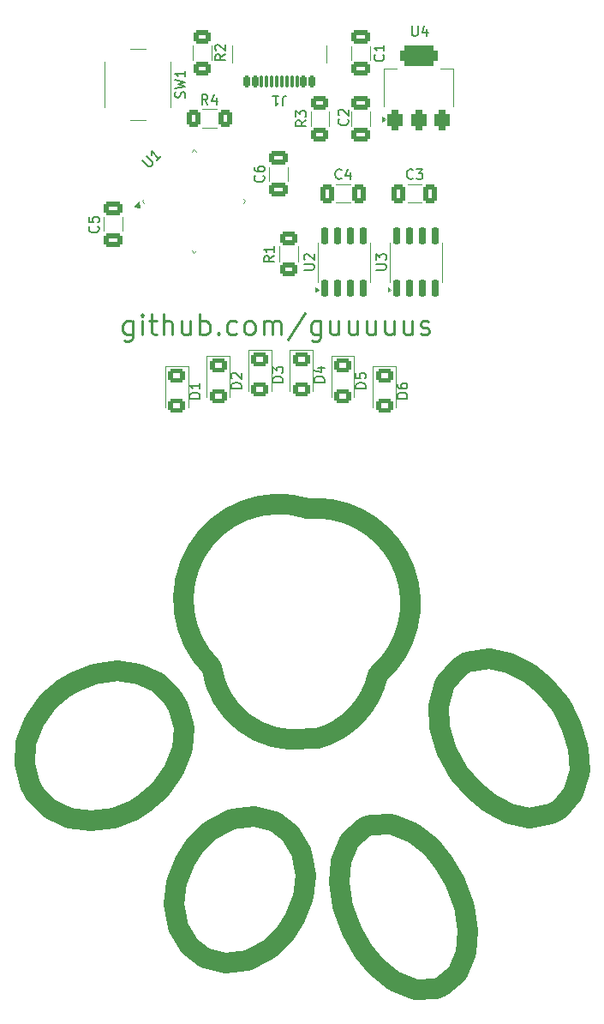
<source format=gbr>
%TF.GenerationSoftware,KiCad,Pcbnew,8.0.4+1*%
%TF.CreationDate,2024-09-15T14:39:29+02:00*%
%TF.ProjectId,meowcontrol,6d656f77-636f-46e7-9472-6f6c2e6b6963,rev?*%
%TF.SameCoordinates,Original*%
%TF.FileFunction,Legend,Top*%
%TF.FilePolarity,Positive*%
%FSLAX46Y46*%
G04 Gerber Fmt 4.6, Leading zero omitted, Abs format (unit mm)*
G04 Created by KiCad (PCBNEW 8.0.4+1) date 2024-09-15 14:39:29*
%MOMM*%
%LPD*%
G01*
G04 APERTURE LIST*
G04 Aperture macros list*
%AMRoundRect*
0 Rectangle with rounded corners*
0 $1 Rounding radius*
0 $2 $3 $4 $5 $6 $7 $8 $9 X,Y pos of 4 corners*
0 Add a 4 corners polygon primitive as box body*
4,1,4,$2,$3,$4,$5,$6,$7,$8,$9,$2,$3,0*
0 Add four circle primitives for the rounded corners*
1,1,$1+$1,$2,$3*
1,1,$1+$1,$4,$5*
1,1,$1+$1,$6,$7*
1,1,$1+$1,$8,$9*
0 Add four rect primitives between the rounded corners*
20,1,$1+$1,$2,$3,$4,$5,0*
20,1,$1+$1,$4,$5,$6,$7,0*
20,1,$1+$1,$6,$7,$8,$9,0*
20,1,$1+$1,$8,$9,$2,$3,0*%
G04 Aperture macros list end*
%ADD10C,0.250000*%
%ADD11C,2.000000*%
%ADD12C,0.150000*%
%ADD13C,0.120000*%
%ADD14RoundRect,0.250000X-0.400000X-0.625000X0.400000X-0.625000X0.400000X0.625000X-0.400000X0.625000X0*%
%ADD15C,2.000000*%
%ADD16RoundRect,0.250001X-0.624999X0.462499X-0.624999X-0.462499X0.624999X-0.462499X0.624999X0.462499X0*%
%ADD17RoundRect,0.250000X0.650000X-0.412500X0.650000X0.412500X-0.650000X0.412500X-0.650000X-0.412500X0*%
%ADD18RoundRect,0.375000X0.375000X-0.625000X0.375000X0.625000X-0.375000X0.625000X-0.375000X-0.625000X0*%
%ADD19RoundRect,0.500000X1.400000X-0.500000X1.400000X0.500000X-1.400000X0.500000X-1.400000X-0.500000X0*%
%ADD20RoundRect,0.150000X0.150000X-0.725000X0.150000X0.725000X-0.150000X0.725000X-0.150000X-0.725000X0*%
%ADD21RoundRect,0.125000X-0.353553X-0.530330X0.530330X0.353553X0.353553X0.530330X-0.530330X-0.353553X0*%
%ADD22RoundRect,0.125000X0.353553X-0.530330X0.530330X-0.353553X-0.353553X0.530330X-0.530330X0.353553X0*%
%ADD23RoundRect,0.250000X0.625000X-0.400000X0.625000X0.400000X-0.625000X0.400000X-0.625000X-0.400000X0*%
%ADD24RoundRect,0.250000X-0.625000X0.400000X-0.625000X-0.400000X0.625000X-0.400000X0.625000X0.400000X0*%
%ADD25C,0.650000*%
%ADD26RoundRect,0.150000X0.150000X0.425000X-0.150000X0.425000X-0.150000X-0.425000X0.150000X-0.425000X0*%
%ADD27RoundRect,0.075000X0.075000X0.500000X-0.075000X0.500000X-0.075000X-0.500000X0.075000X-0.500000X0*%
%ADD28O,1.000000X2.100000*%
%ADD29O,1.000000X1.800000*%
%ADD30RoundRect,0.250000X-0.650000X0.412500X-0.650000X-0.412500X0.650000X-0.412500X0.650000X0.412500X0*%
%ADD31RoundRect,0.250000X-0.412500X-0.650000X0.412500X-0.650000X0.412500X0.650000X-0.412500X0.650000X0*%
G04 APERTURE END LIST*
D10*
X107627806Y-93598904D02*
X107627806Y-95217952D01*
X107627806Y-95217952D02*
X107532568Y-95408428D01*
X107532568Y-95408428D02*
X107437330Y-95503666D01*
X107437330Y-95503666D02*
X107246853Y-95598904D01*
X107246853Y-95598904D02*
X106961139Y-95598904D01*
X106961139Y-95598904D02*
X106770663Y-95503666D01*
X107627806Y-94837000D02*
X107437330Y-94932238D01*
X107437330Y-94932238D02*
X107056377Y-94932238D01*
X107056377Y-94932238D02*
X106865901Y-94837000D01*
X106865901Y-94837000D02*
X106770663Y-94741761D01*
X106770663Y-94741761D02*
X106675425Y-94551285D01*
X106675425Y-94551285D02*
X106675425Y-93979857D01*
X106675425Y-93979857D02*
X106770663Y-93789380D01*
X106770663Y-93789380D02*
X106865901Y-93694142D01*
X106865901Y-93694142D02*
X107056377Y-93598904D01*
X107056377Y-93598904D02*
X107437330Y-93598904D01*
X107437330Y-93598904D02*
X107627806Y-93694142D01*
X108580187Y-94932238D02*
X108580187Y-93598904D01*
X108580187Y-92932238D02*
X108484949Y-93027476D01*
X108484949Y-93027476D02*
X108580187Y-93122714D01*
X108580187Y-93122714D02*
X108675425Y-93027476D01*
X108675425Y-93027476D02*
X108580187Y-92932238D01*
X108580187Y-92932238D02*
X108580187Y-93122714D01*
X109246854Y-93598904D02*
X110008758Y-93598904D01*
X109532568Y-92932238D02*
X109532568Y-94646523D01*
X109532568Y-94646523D02*
X109627806Y-94837000D01*
X109627806Y-94837000D02*
X109818282Y-94932238D01*
X109818282Y-94932238D02*
X110008758Y-94932238D01*
X110675425Y-94932238D02*
X110675425Y-92932238D01*
X111532568Y-94932238D02*
X111532568Y-93884619D01*
X111532568Y-93884619D02*
X111437330Y-93694142D01*
X111437330Y-93694142D02*
X111246854Y-93598904D01*
X111246854Y-93598904D02*
X110961139Y-93598904D01*
X110961139Y-93598904D02*
X110770663Y-93694142D01*
X110770663Y-93694142D02*
X110675425Y-93789380D01*
X113342092Y-93598904D02*
X113342092Y-94932238D01*
X112484949Y-93598904D02*
X112484949Y-94646523D01*
X112484949Y-94646523D02*
X112580187Y-94837000D01*
X112580187Y-94837000D02*
X112770663Y-94932238D01*
X112770663Y-94932238D02*
X113056378Y-94932238D01*
X113056378Y-94932238D02*
X113246854Y-94837000D01*
X113246854Y-94837000D02*
X113342092Y-94741761D01*
X114294473Y-94932238D02*
X114294473Y-92932238D01*
X114294473Y-93694142D02*
X114484949Y-93598904D01*
X114484949Y-93598904D02*
X114865902Y-93598904D01*
X114865902Y-93598904D02*
X115056378Y-93694142D01*
X115056378Y-93694142D02*
X115151616Y-93789380D01*
X115151616Y-93789380D02*
X115246854Y-93979857D01*
X115246854Y-93979857D02*
X115246854Y-94551285D01*
X115246854Y-94551285D02*
X115151616Y-94741761D01*
X115151616Y-94741761D02*
X115056378Y-94837000D01*
X115056378Y-94837000D02*
X114865902Y-94932238D01*
X114865902Y-94932238D02*
X114484949Y-94932238D01*
X114484949Y-94932238D02*
X114294473Y-94837000D01*
X116103997Y-94741761D02*
X116199235Y-94837000D01*
X116199235Y-94837000D02*
X116103997Y-94932238D01*
X116103997Y-94932238D02*
X116008759Y-94837000D01*
X116008759Y-94837000D02*
X116103997Y-94741761D01*
X116103997Y-94741761D02*
X116103997Y-94932238D01*
X117913521Y-94837000D02*
X117723045Y-94932238D01*
X117723045Y-94932238D02*
X117342092Y-94932238D01*
X117342092Y-94932238D02*
X117151616Y-94837000D01*
X117151616Y-94837000D02*
X117056378Y-94741761D01*
X117056378Y-94741761D02*
X116961140Y-94551285D01*
X116961140Y-94551285D02*
X116961140Y-93979857D01*
X116961140Y-93979857D02*
X117056378Y-93789380D01*
X117056378Y-93789380D02*
X117151616Y-93694142D01*
X117151616Y-93694142D02*
X117342092Y-93598904D01*
X117342092Y-93598904D02*
X117723045Y-93598904D01*
X117723045Y-93598904D02*
X117913521Y-93694142D01*
X119056378Y-94932238D02*
X118865902Y-94837000D01*
X118865902Y-94837000D02*
X118770664Y-94741761D01*
X118770664Y-94741761D02*
X118675426Y-94551285D01*
X118675426Y-94551285D02*
X118675426Y-93979857D01*
X118675426Y-93979857D02*
X118770664Y-93789380D01*
X118770664Y-93789380D02*
X118865902Y-93694142D01*
X118865902Y-93694142D02*
X119056378Y-93598904D01*
X119056378Y-93598904D02*
X119342093Y-93598904D01*
X119342093Y-93598904D02*
X119532569Y-93694142D01*
X119532569Y-93694142D02*
X119627807Y-93789380D01*
X119627807Y-93789380D02*
X119723045Y-93979857D01*
X119723045Y-93979857D02*
X119723045Y-94551285D01*
X119723045Y-94551285D02*
X119627807Y-94741761D01*
X119627807Y-94741761D02*
X119532569Y-94837000D01*
X119532569Y-94837000D02*
X119342093Y-94932238D01*
X119342093Y-94932238D02*
X119056378Y-94932238D01*
X120580188Y-94932238D02*
X120580188Y-93598904D01*
X120580188Y-93789380D02*
X120675426Y-93694142D01*
X120675426Y-93694142D02*
X120865902Y-93598904D01*
X120865902Y-93598904D02*
X121151617Y-93598904D01*
X121151617Y-93598904D02*
X121342093Y-93694142D01*
X121342093Y-93694142D02*
X121437331Y-93884619D01*
X121437331Y-93884619D02*
X121437331Y-94932238D01*
X121437331Y-93884619D02*
X121532569Y-93694142D01*
X121532569Y-93694142D02*
X121723045Y-93598904D01*
X121723045Y-93598904D02*
X122008759Y-93598904D01*
X122008759Y-93598904D02*
X122199236Y-93694142D01*
X122199236Y-93694142D02*
X122294474Y-93884619D01*
X122294474Y-93884619D02*
X122294474Y-94932238D01*
X124675426Y-92837000D02*
X122961141Y-95408428D01*
X126199236Y-93598904D02*
X126199236Y-95217952D01*
X126199236Y-95217952D02*
X126103998Y-95408428D01*
X126103998Y-95408428D02*
X126008760Y-95503666D01*
X126008760Y-95503666D02*
X125818283Y-95598904D01*
X125818283Y-95598904D02*
X125532569Y-95598904D01*
X125532569Y-95598904D02*
X125342093Y-95503666D01*
X126199236Y-94837000D02*
X126008760Y-94932238D01*
X126008760Y-94932238D02*
X125627807Y-94932238D01*
X125627807Y-94932238D02*
X125437331Y-94837000D01*
X125437331Y-94837000D02*
X125342093Y-94741761D01*
X125342093Y-94741761D02*
X125246855Y-94551285D01*
X125246855Y-94551285D02*
X125246855Y-93979857D01*
X125246855Y-93979857D02*
X125342093Y-93789380D01*
X125342093Y-93789380D02*
X125437331Y-93694142D01*
X125437331Y-93694142D02*
X125627807Y-93598904D01*
X125627807Y-93598904D02*
X126008760Y-93598904D01*
X126008760Y-93598904D02*
X126199236Y-93694142D01*
X128008760Y-93598904D02*
X128008760Y-94932238D01*
X127151617Y-93598904D02*
X127151617Y-94646523D01*
X127151617Y-94646523D02*
X127246855Y-94837000D01*
X127246855Y-94837000D02*
X127437331Y-94932238D01*
X127437331Y-94932238D02*
X127723046Y-94932238D01*
X127723046Y-94932238D02*
X127913522Y-94837000D01*
X127913522Y-94837000D02*
X128008760Y-94741761D01*
X129818284Y-93598904D02*
X129818284Y-94932238D01*
X128961141Y-93598904D02*
X128961141Y-94646523D01*
X128961141Y-94646523D02*
X129056379Y-94837000D01*
X129056379Y-94837000D02*
X129246855Y-94932238D01*
X129246855Y-94932238D02*
X129532570Y-94932238D01*
X129532570Y-94932238D02*
X129723046Y-94837000D01*
X129723046Y-94837000D02*
X129818284Y-94741761D01*
X131627808Y-93598904D02*
X131627808Y-94932238D01*
X130770665Y-93598904D02*
X130770665Y-94646523D01*
X130770665Y-94646523D02*
X130865903Y-94837000D01*
X130865903Y-94837000D02*
X131056379Y-94932238D01*
X131056379Y-94932238D02*
X131342094Y-94932238D01*
X131342094Y-94932238D02*
X131532570Y-94837000D01*
X131532570Y-94837000D02*
X131627808Y-94741761D01*
X133437332Y-93598904D02*
X133437332Y-94932238D01*
X132580189Y-93598904D02*
X132580189Y-94646523D01*
X132580189Y-94646523D02*
X132675427Y-94837000D01*
X132675427Y-94837000D02*
X132865903Y-94932238D01*
X132865903Y-94932238D02*
X133151618Y-94932238D01*
X133151618Y-94932238D02*
X133342094Y-94837000D01*
X133342094Y-94837000D02*
X133437332Y-94741761D01*
X135246856Y-93598904D02*
X135246856Y-94932238D01*
X134389713Y-93598904D02*
X134389713Y-94646523D01*
X134389713Y-94646523D02*
X134484951Y-94837000D01*
X134484951Y-94837000D02*
X134675427Y-94932238D01*
X134675427Y-94932238D02*
X134961142Y-94932238D01*
X134961142Y-94932238D02*
X135151618Y-94837000D01*
X135151618Y-94837000D02*
X135246856Y-94741761D01*
X136103999Y-94837000D02*
X136294475Y-94932238D01*
X136294475Y-94932238D02*
X136675427Y-94932238D01*
X136675427Y-94932238D02*
X136865904Y-94837000D01*
X136865904Y-94837000D02*
X136961142Y-94646523D01*
X136961142Y-94646523D02*
X136961142Y-94551285D01*
X136961142Y-94551285D02*
X136865904Y-94360809D01*
X136865904Y-94360809D02*
X136675427Y-94265571D01*
X136675427Y-94265571D02*
X136389713Y-94265571D01*
X136389713Y-94265571D02*
X136199237Y-94170333D01*
X136199237Y-94170333D02*
X136103999Y-93979857D01*
X136103999Y-93979857D02*
X136103999Y-93884619D01*
X136103999Y-93884619D02*
X136199237Y-93694142D01*
X136199237Y-93694142D02*
X136389713Y-93598904D01*
X136389713Y-93598904D02*
X136675427Y-93598904D01*
X136675427Y-93598904D02*
X136865904Y-93694142D01*
D11*
X125823042Y-112077103D02*
X124823042Y-112077103D01*
X125823042Y-112077103D02*
G75*
G02*
X131871574Y-128527436I-102674J-9374894D01*
G01*
X131871574Y-128527436D02*
G75*
G02*
X125823042Y-134838436I-8248402J1851370D01*
G01*
X125823042Y-134838436D02*
X124823042Y-134838436D01*
X124823042Y-134838436D02*
G75*
G02*
X115450000Y-127800000I-1199870J8162370D01*
G01*
X115450000Y-127800000D02*
G75*
G02*
X124823042Y-112077103I6624289J6706268D01*
G01*
X100859417Y-129840173D02*
X99277534Y-131206404D01*
X97892169Y-133127764D01*
X97103053Y-135222703D01*
X96949074Y-137349417D01*
X97469118Y-139366098D01*
X97994053Y-140288863D01*
X111652021Y-130791395D02*
X110166341Y-129309896D01*
X108269636Y-128415505D01*
X106108379Y-128121131D01*
X103829044Y-128439683D01*
X101945072Y-129182664D01*
X100859417Y-129840173D01*
X108786685Y-141240088D02*
X110368564Y-139873853D01*
X111753924Y-137952490D01*
X112543034Y-135857549D01*
X112697008Y-133730836D01*
X112176957Y-131714157D01*
X111652021Y-130791395D01*
X97994074Y-140288893D02*
X99479758Y-141770386D01*
X101376466Y-142664772D01*
X103537725Y-142959141D01*
X105817060Y-142640584D01*
X107701030Y-141897598D01*
X108786685Y-141240088D01*
X123685291Y-152600932D02*
X124481124Y-150479084D01*
X124711154Y-148365824D01*
X124299776Y-146084169D01*
X123196456Y-144196538D01*
X121731935Y-143048235D01*
X114730241Y-156457925D02*
X116818011Y-157030261D01*
X118999045Y-156738359D01*
X121080352Y-155665342D01*
X122638662Y-154186917D01*
X123685291Y-152600932D01*
X112776862Y-146905238D02*
X111981032Y-149027087D01*
X111751008Y-151140347D01*
X112162391Y-153422000D01*
X113265716Y-155309626D01*
X114730241Y-156457925D01*
X121731906Y-143048220D02*
X119644134Y-142475889D01*
X117463099Y-142767798D01*
X115381794Y-143840821D01*
X113823486Y-145319249D01*
X112776862Y-146905238D01*
X139503142Y-148974855D02*
X138396570Y-147081477D01*
X137083244Y-145512163D01*
X135332600Y-144116863D01*
X133201797Y-143254931D01*
X131158195Y-143329403D01*
X130617125Y-143539068D01*
X138187566Y-159308181D02*
X139711703Y-157987776D01*
X140567784Y-155950082D01*
X140748357Y-153801393D01*
X140399427Y-151429570D01*
X139691291Y-149383779D01*
X139503142Y-148974855D01*
X129301546Y-153872421D02*
X130408120Y-155765796D01*
X131721448Y-157335107D01*
X133472094Y-158730402D01*
X135602897Y-159592327D01*
X137646496Y-159517847D01*
X138187566Y-159308181D01*
X130617098Y-143539081D02*
X129092964Y-144859492D01*
X128236889Y-146897191D01*
X128056321Y-149045883D01*
X128405255Y-151417706D01*
X129113395Y-153463497D01*
X129301546Y-153872421D01*
X149780635Y-131329991D02*
X148387976Y-129678078D01*
X146825664Y-128389307D01*
X144836184Y-127361760D01*
X142848190Y-126946307D01*
X140709597Y-127300118D01*
X139902294Y-127746197D01*
X149806140Y-141838271D02*
X151199524Y-140220281D01*
X151809018Y-138026986D01*
X151707945Y-135860790D01*
X151031702Y-133580920D01*
X150029049Y-131697083D01*
X149780635Y-131329991D01*
X139927799Y-138254504D02*
X141320460Y-139906413D01*
X142882774Y-141195180D01*
X144872254Y-142222722D01*
X146860248Y-142638170D01*
X148998838Y-142284352D01*
X149806140Y-141838271D01*
X139902268Y-127746215D02*
X138508888Y-129364210D01*
X137899400Y-131557508D01*
X138000478Y-133723706D01*
X138676727Y-136003576D01*
X139679383Y-137887411D01*
X139927799Y-138254504D01*
D12*
X115053333Y-72234819D02*
X114720000Y-71758628D01*
X114481905Y-72234819D02*
X114481905Y-71234819D01*
X114481905Y-71234819D02*
X114862857Y-71234819D01*
X114862857Y-71234819D02*
X114958095Y-71282438D01*
X114958095Y-71282438D02*
X115005714Y-71330057D01*
X115005714Y-71330057D02*
X115053333Y-71425295D01*
X115053333Y-71425295D02*
X115053333Y-71568152D01*
X115053333Y-71568152D02*
X115005714Y-71663390D01*
X115005714Y-71663390D02*
X114958095Y-71711009D01*
X114958095Y-71711009D02*
X114862857Y-71758628D01*
X114862857Y-71758628D02*
X114481905Y-71758628D01*
X115910476Y-71568152D02*
X115910476Y-72234819D01*
X115672381Y-71187200D02*
X115434286Y-71901485D01*
X115434286Y-71901485D02*
X116053333Y-71901485D01*
X112787200Y-71563332D02*
X112834819Y-71420475D01*
X112834819Y-71420475D02*
X112834819Y-71182380D01*
X112834819Y-71182380D02*
X112787200Y-71087142D01*
X112787200Y-71087142D02*
X112739580Y-71039523D01*
X112739580Y-71039523D02*
X112644342Y-70991904D01*
X112644342Y-70991904D02*
X112549104Y-70991904D01*
X112549104Y-70991904D02*
X112453866Y-71039523D01*
X112453866Y-71039523D02*
X112406247Y-71087142D01*
X112406247Y-71087142D02*
X112358628Y-71182380D01*
X112358628Y-71182380D02*
X112311009Y-71372856D01*
X112311009Y-71372856D02*
X112263390Y-71468094D01*
X112263390Y-71468094D02*
X112215771Y-71515713D01*
X112215771Y-71515713D02*
X112120533Y-71563332D01*
X112120533Y-71563332D02*
X112025295Y-71563332D01*
X112025295Y-71563332D02*
X111930057Y-71515713D01*
X111930057Y-71515713D02*
X111882438Y-71468094D01*
X111882438Y-71468094D02*
X111834819Y-71372856D01*
X111834819Y-71372856D02*
X111834819Y-71134761D01*
X111834819Y-71134761D02*
X111882438Y-70991904D01*
X111834819Y-70658570D02*
X112834819Y-70420475D01*
X112834819Y-70420475D02*
X112120533Y-70229999D01*
X112120533Y-70229999D02*
X112834819Y-70039523D01*
X112834819Y-70039523D02*
X111834819Y-69801428D01*
X112834819Y-68896666D02*
X112834819Y-69468094D01*
X112834819Y-69182380D02*
X111834819Y-69182380D01*
X111834819Y-69182380D02*
X111977676Y-69277618D01*
X111977676Y-69277618D02*
X112072914Y-69372856D01*
X112072914Y-69372856D02*
X112120533Y-69468094D01*
X134774819Y-101238094D02*
X133774819Y-101238094D01*
X133774819Y-101238094D02*
X133774819Y-100999999D01*
X133774819Y-100999999D02*
X133822438Y-100857142D01*
X133822438Y-100857142D02*
X133917676Y-100761904D01*
X133917676Y-100761904D02*
X134012914Y-100714285D01*
X134012914Y-100714285D02*
X134203390Y-100666666D01*
X134203390Y-100666666D02*
X134346247Y-100666666D01*
X134346247Y-100666666D02*
X134536723Y-100714285D01*
X134536723Y-100714285D02*
X134631961Y-100761904D01*
X134631961Y-100761904D02*
X134727200Y-100857142D01*
X134727200Y-100857142D02*
X134774819Y-100999999D01*
X134774819Y-100999999D02*
X134774819Y-101238094D01*
X133774819Y-99809523D02*
X133774819Y-99999999D01*
X133774819Y-99999999D02*
X133822438Y-100095237D01*
X133822438Y-100095237D02*
X133870057Y-100142856D01*
X133870057Y-100142856D02*
X134012914Y-100238094D01*
X134012914Y-100238094D02*
X134203390Y-100285713D01*
X134203390Y-100285713D02*
X134584342Y-100285713D01*
X134584342Y-100285713D02*
X134679580Y-100238094D01*
X134679580Y-100238094D02*
X134727200Y-100190475D01*
X134727200Y-100190475D02*
X134774819Y-100095237D01*
X134774819Y-100095237D02*
X134774819Y-99904761D01*
X134774819Y-99904761D02*
X134727200Y-99809523D01*
X134727200Y-99809523D02*
X134679580Y-99761904D01*
X134679580Y-99761904D02*
X134584342Y-99714285D01*
X134584342Y-99714285D02*
X134346247Y-99714285D01*
X134346247Y-99714285D02*
X134251009Y-99761904D01*
X134251009Y-99761904D02*
X134203390Y-99809523D01*
X134203390Y-99809523D02*
X134155771Y-99904761D01*
X134155771Y-99904761D02*
X134155771Y-100095237D01*
X134155771Y-100095237D02*
X134203390Y-100190475D01*
X134203390Y-100190475D02*
X134251009Y-100238094D01*
X134251009Y-100238094D02*
X134346247Y-100285713D01*
X130674819Y-100238094D02*
X129674819Y-100238094D01*
X129674819Y-100238094D02*
X129674819Y-99999999D01*
X129674819Y-99999999D02*
X129722438Y-99857142D01*
X129722438Y-99857142D02*
X129817676Y-99761904D01*
X129817676Y-99761904D02*
X129912914Y-99714285D01*
X129912914Y-99714285D02*
X130103390Y-99666666D01*
X130103390Y-99666666D02*
X130246247Y-99666666D01*
X130246247Y-99666666D02*
X130436723Y-99714285D01*
X130436723Y-99714285D02*
X130531961Y-99761904D01*
X130531961Y-99761904D02*
X130627200Y-99857142D01*
X130627200Y-99857142D02*
X130674819Y-99999999D01*
X130674819Y-99999999D02*
X130674819Y-100238094D01*
X129674819Y-98761904D02*
X129674819Y-99238094D01*
X129674819Y-99238094D02*
X130151009Y-99285713D01*
X130151009Y-99285713D02*
X130103390Y-99238094D01*
X130103390Y-99238094D02*
X130055771Y-99142856D01*
X130055771Y-99142856D02*
X130055771Y-98904761D01*
X130055771Y-98904761D02*
X130103390Y-98809523D01*
X130103390Y-98809523D02*
X130151009Y-98761904D01*
X130151009Y-98761904D02*
X130246247Y-98714285D01*
X130246247Y-98714285D02*
X130484342Y-98714285D01*
X130484342Y-98714285D02*
X130579580Y-98761904D01*
X130579580Y-98761904D02*
X130627200Y-98809523D01*
X130627200Y-98809523D02*
X130674819Y-98904761D01*
X130674819Y-98904761D02*
X130674819Y-99142856D01*
X130674819Y-99142856D02*
X130627200Y-99238094D01*
X130627200Y-99238094D02*
X130579580Y-99285713D01*
X126574819Y-99635594D02*
X125574819Y-99635594D01*
X125574819Y-99635594D02*
X125574819Y-99397499D01*
X125574819Y-99397499D02*
X125622438Y-99254642D01*
X125622438Y-99254642D02*
X125717676Y-99159404D01*
X125717676Y-99159404D02*
X125812914Y-99111785D01*
X125812914Y-99111785D02*
X126003390Y-99064166D01*
X126003390Y-99064166D02*
X126146247Y-99064166D01*
X126146247Y-99064166D02*
X126336723Y-99111785D01*
X126336723Y-99111785D02*
X126431961Y-99159404D01*
X126431961Y-99159404D02*
X126527200Y-99254642D01*
X126527200Y-99254642D02*
X126574819Y-99397499D01*
X126574819Y-99397499D02*
X126574819Y-99635594D01*
X125908152Y-98207023D02*
X126574819Y-98207023D01*
X125527200Y-98445118D02*
X126241485Y-98683213D01*
X126241485Y-98683213D02*
X126241485Y-98064166D01*
X122474819Y-99635594D02*
X121474819Y-99635594D01*
X121474819Y-99635594D02*
X121474819Y-99397499D01*
X121474819Y-99397499D02*
X121522438Y-99254642D01*
X121522438Y-99254642D02*
X121617676Y-99159404D01*
X121617676Y-99159404D02*
X121712914Y-99111785D01*
X121712914Y-99111785D02*
X121903390Y-99064166D01*
X121903390Y-99064166D02*
X122046247Y-99064166D01*
X122046247Y-99064166D02*
X122236723Y-99111785D01*
X122236723Y-99111785D02*
X122331961Y-99159404D01*
X122331961Y-99159404D02*
X122427200Y-99254642D01*
X122427200Y-99254642D02*
X122474819Y-99397499D01*
X122474819Y-99397499D02*
X122474819Y-99635594D01*
X121474819Y-98730832D02*
X121474819Y-98111785D01*
X121474819Y-98111785D02*
X121855771Y-98445118D01*
X121855771Y-98445118D02*
X121855771Y-98302261D01*
X121855771Y-98302261D02*
X121903390Y-98207023D01*
X121903390Y-98207023D02*
X121951009Y-98159404D01*
X121951009Y-98159404D02*
X122046247Y-98111785D01*
X122046247Y-98111785D02*
X122284342Y-98111785D01*
X122284342Y-98111785D02*
X122379580Y-98159404D01*
X122379580Y-98159404D02*
X122427200Y-98207023D01*
X122427200Y-98207023D02*
X122474819Y-98302261D01*
X122474819Y-98302261D02*
X122474819Y-98587975D01*
X122474819Y-98587975D02*
X122427200Y-98683213D01*
X122427200Y-98683213D02*
X122379580Y-98730832D01*
X118374819Y-100238094D02*
X117374819Y-100238094D01*
X117374819Y-100238094D02*
X117374819Y-99999999D01*
X117374819Y-99999999D02*
X117422438Y-99857142D01*
X117422438Y-99857142D02*
X117517676Y-99761904D01*
X117517676Y-99761904D02*
X117612914Y-99714285D01*
X117612914Y-99714285D02*
X117803390Y-99666666D01*
X117803390Y-99666666D02*
X117946247Y-99666666D01*
X117946247Y-99666666D02*
X118136723Y-99714285D01*
X118136723Y-99714285D02*
X118231961Y-99761904D01*
X118231961Y-99761904D02*
X118327200Y-99857142D01*
X118327200Y-99857142D02*
X118374819Y-99999999D01*
X118374819Y-99999999D02*
X118374819Y-100238094D01*
X117470057Y-99285713D02*
X117422438Y-99238094D01*
X117422438Y-99238094D02*
X117374819Y-99142856D01*
X117374819Y-99142856D02*
X117374819Y-98904761D01*
X117374819Y-98904761D02*
X117422438Y-98809523D01*
X117422438Y-98809523D02*
X117470057Y-98761904D01*
X117470057Y-98761904D02*
X117565295Y-98714285D01*
X117565295Y-98714285D02*
X117660533Y-98714285D01*
X117660533Y-98714285D02*
X117803390Y-98761904D01*
X117803390Y-98761904D02*
X118374819Y-99333332D01*
X118374819Y-99333332D02*
X118374819Y-98714285D01*
X114274819Y-101238094D02*
X113274819Y-101238094D01*
X113274819Y-101238094D02*
X113274819Y-100999999D01*
X113274819Y-100999999D02*
X113322438Y-100857142D01*
X113322438Y-100857142D02*
X113417676Y-100761904D01*
X113417676Y-100761904D02*
X113512914Y-100714285D01*
X113512914Y-100714285D02*
X113703390Y-100666666D01*
X113703390Y-100666666D02*
X113846247Y-100666666D01*
X113846247Y-100666666D02*
X114036723Y-100714285D01*
X114036723Y-100714285D02*
X114131961Y-100761904D01*
X114131961Y-100761904D02*
X114227200Y-100857142D01*
X114227200Y-100857142D02*
X114274819Y-100999999D01*
X114274819Y-100999999D02*
X114274819Y-101238094D01*
X114274819Y-99714285D02*
X114274819Y-100285713D01*
X114274819Y-99999999D02*
X113274819Y-99999999D01*
X113274819Y-99999999D02*
X113417676Y-100095237D01*
X113417676Y-100095237D02*
X113512914Y-100190475D01*
X113512914Y-100190475D02*
X113560533Y-100285713D01*
X120559579Y-79256666D02*
X120607199Y-79304285D01*
X120607199Y-79304285D02*
X120654818Y-79447142D01*
X120654818Y-79447142D02*
X120654818Y-79542380D01*
X120654818Y-79542380D02*
X120607199Y-79685237D01*
X120607199Y-79685237D02*
X120511960Y-79780475D01*
X120511960Y-79780475D02*
X120416722Y-79828094D01*
X120416722Y-79828094D02*
X120226246Y-79875713D01*
X120226246Y-79875713D02*
X120083389Y-79875713D01*
X120083389Y-79875713D02*
X119892913Y-79828094D01*
X119892913Y-79828094D02*
X119797675Y-79780475D01*
X119797675Y-79780475D02*
X119702437Y-79685237D01*
X119702437Y-79685237D02*
X119654818Y-79542380D01*
X119654818Y-79542380D02*
X119654818Y-79447142D01*
X119654818Y-79447142D02*
X119702437Y-79304285D01*
X119702437Y-79304285D02*
X119750056Y-79256666D01*
X119654818Y-78399523D02*
X119654818Y-78589999D01*
X119654818Y-78589999D02*
X119702437Y-78685237D01*
X119702437Y-78685237D02*
X119750056Y-78732856D01*
X119750056Y-78732856D02*
X119892913Y-78828094D01*
X119892913Y-78828094D02*
X120083389Y-78875713D01*
X120083389Y-78875713D02*
X120464341Y-78875713D01*
X120464341Y-78875713D02*
X120559579Y-78828094D01*
X120559579Y-78828094D02*
X120607199Y-78780475D01*
X120607199Y-78780475D02*
X120654818Y-78685237D01*
X120654818Y-78685237D02*
X120654818Y-78494761D01*
X120654818Y-78494761D02*
X120607199Y-78399523D01*
X120607199Y-78399523D02*
X120559579Y-78351904D01*
X120559579Y-78351904D02*
X120464341Y-78304285D01*
X120464341Y-78304285D02*
X120226246Y-78304285D01*
X120226246Y-78304285D02*
X120131008Y-78351904D01*
X120131008Y-78351904D02*
X120083389Y-78399523D01*
X120083389Y-78399523D02*
X120035770Y-78494761D01*
X120035770Y-78494761D02*
X120035770Y-78685237D01*
X120035770Y-78685237D02*
X120083389Y-78780475D01*
X120083389Y-78780475D02*
X120131008Y-78828094D01*
X120131008Y-78828094D02*
X120226246Y-78875713D01*
X135238095Y-64454819D02*
X135238095Y-65264342D01*
X135238095Y-65264342D02*
X135285714Y-65359580D01*
X135285714Y-65359580D02*
X135333333Y-65407200D01*
X135333333Y-65407200D02*
X135428571Y-65454819D01*
X135428571Y-65454819D02*
X135619047Y-65454819D01*
X135619047Y-65454819D02*
X135714285Y-65407200D01*
X135714285Y-65407200D02*
X135761904Y-65359580D01*
X135761904Y-65359580D02*
X135809523Y-65264342D01*
X135809523Y-65264342D02*
X135809523Y-64454819D01*
X136714285Y-64788152D02*
X136714285Y-65454819D01*
X136476190Y-64407200D02*
X136238095Y-65121485D01*
X136238095Y-65121485D02*
X136857142Y-65121485D01*
X131689819Y-88546904D02*
X132499342Y-88546904D01*
X132499342Y-88546904D02*
X132594580Y-88499285D01*
X132594580Y-88499285D02*
X132642200Y-88451666D01*
X132642200Y-88451666D02*
X132689819Y-88356428D01*
X132689819Y-88356428D02*
X132689819Y-88165952D01*
X132689819Y-88165952D02*
X132642200Y-88070714D01*
X132642200Y-88070714D02*
X132594580Y-88023095D01*
X132594580Y-88023095D02*
X132499342Y-87975476D01*
X132499342Y-87975476D02*
X131689819Y-87975476D01*
X131689819Y-87594523D02*
X131689819Y-86975476D01*
X131689819Y-86975476D02*
X132070771Y-87308809D01*
X132070771Y-87308809D02*
X132070771Y-87165952D01*
X132070771Y-87165952D02*
X132118390Y-87070714D01*
X132118390Y-87070714D02*
X132166009Y-87023095D01*
X132166009Y-87023095D02*
X132261247Y-86975476D01*
X132261247Y-86975476D02*
X132499342Y-86975476D01*
X132499342Y-86975476D02*
X132594580Y-87023095D01*
X132594580Y-87023095D02*
X132642200Y-87070714D01*
X132642200Y-87070714D02*
X132689819Y-87165952D01*
X132689819Y-87165952D02*
X132689819Y-87451666D01*
X132689819Y-87451666D02*
X132642200Y-87546904D01*
X132642200Y-87546904D02*
X132594580Y-87594523D01*
X124564819Y-88546904D02*
X125374342Y-88546904D01*
X125374342Y-88546904D02*
X125469580Y-88499285D01*
X125469580Y-88499285D02*
X125517200Y-88451666D01*
X125517200Y-88451666D02*
X125564819Y-88356428D01*
X125564819Y-88356428D02*
X125564819Y-88165952D01*
X125564819Y-88165952D02*
X125517200Y-88070714D01*
X125517200Y-88070714D02*
X125469580Y-88023095D01*
X125469580Y-88023095D02*
X125374342Y-87975476D01*
X125374342Y-87975476D02*
X124564819Y-87975476D01*
X124660057Y-87546904D02*
X124612438Y-87499285D01*
X124612438Y-87499285D02*
X124564819Y-87404047D01*
X124564819Y-87404047D02*
X124564819Y-87165952D01*
X124564819Y-87165952D02*
X124612438Y-87070714D01*
X124612438Y-87070714D02*
X124660057Y-87023095D01*
X124660057Y-87023095D02*
X124755295Y-86975476D01*
X124755295Y-86975476D02*
X124850533Y-86975476D01*
X124850533Y-86975476D02*
X124993390Y-87023095D01*
X124993390Y-87023095D02*
X125564819Y-87594523D01*
X125564819Y-87594523D02*
X125564819Y-86975476D01*
X108587962Y-77745458D02*
X109160382Y-78317878D01*
X109160382Y-78317878D02*
X109261397Y-78351550D01*
X109261397Y-78351550D02*
X109328741Y-78351550D01*
X109328741Y-78351550D02*
X109429756Y-78317878D01*
X109429756Y-78317878D02*
X109564443Y-78183191D01*
X109564443Y-78183191D02*
X109598115Y-78082176D01*
X109598115Y-78082176D02*
X109598115Y-78014832D01*
X109598115Y-78014832D02*
X109564443Y-77913817D01*
X109564443Y-77913817D02*
X108992023Y-77341397D01*
X110406237Y-77341397D02*
X110002176Y-77745458D01*
X110204206Y-77543428D02*
X109497100Y-76836321D01*
X109497100Y-76836321D02*
X109530771Y-77004680D01*
X109530771Y-77004680D02*
X109530771Y-77139367D01*
X109530771Y-77139367D02*
X109497100Y-77240382D01*
X124764819Y-73786666D02*
X124288628Y-74119999D01*
X124764819Y-74358094D02*
X123764819Y-74358094D01*
X123764819Y-74358094D02*
X123764819Y-73977142D01*
X123764819Y-73977142D02*
X123812438Y-73881904D01*
X123812438Y-73881904D02*
X123860057Y-73834285D01*
X123860057Y-73834285D02*
X123955295Y-73786666D01*
X123955295Y-73786666D02*
X124098152Y-73786666D01*
X124098152Y-73786666D02*
X124193390Y-73834285D01*
X124193390Y-73834285D02*
X124241009Y-73881904D01*
X124241009Y-73881904D02*
X124288628Y-73977142D01*
X124288628Y-73977142D02*
X124288628Y-74358094D01*
X123764819Y-73453332D02*
X123764819Y-72834285D01*
X123764819Y-72834285D02*
X124145771Y-73167618D01*
X124145771Y-73167618D02*
X124145771Y-73024761D01*
X124145771Y-73024761D02*
X124193390Y-72929523D01*
X124193390Y-72929523D02*
X124241009Y-72881904D01*
X124241009Y-72881904D02*
X124336247Y-72834285D01*
X124336247Y-72834285D02*
X124574342Y-72834285D01*
X124574342Y-72834285D02*
X124669580Y-72881904D01*
X124669580Y-72881904D02*
X124717200Y-72929523D01*
X124717200Y-72929523D02*
X124764819Y-73024761D01*
X124764819Y-73024761D02*
X124764819Y-73310475D01*
X124764819Y-73310475D02*
X124717200Y-73405713D01*
X124717200Y-73405713D02*
X124669580Y-73453332D01*
X116774819Y-67276666D02*
X116298628Y-67609999D01*
X116774819Y-67848094D02*
X115774819Y-67848094D01*
X115774819Y-67848094D02*
X115774819Y-67467142D01*
X115774819Y-67467142D02*
X115822438Y-67371904D01*
X115822438Y-67371904D02*
X115870057Y-67324285D01*
X115870057Y-67324285D02*
X115965295Y-67276666D01*
X115965295Y-67276666D02*
X116108152Y-67276666D01*
X116108152Y-67276666D02*
X116203390Y-67324285D01*
X116203390Y-67324285D02*
X116251009Y-67371904D01*
X116251009Y-67371904D02*
X116298628Y-67467142D01*
X116298628Y-67467142D02*
X116298628Y-67848094D01*
X115870057Y-66895713D02*
X115822438Y-66848094D01*
X115822438Y-66848094D02*
X115774819Y-66752856D01*
X115774819Y-66752856D02*
X115774819Y-66514761D01*
X115774819Y-66514761D02*
X115822438Y-66419523D01*
X115822438Y-66419523D02*
X115870057Y-66371904D01*
X115870057Y-66371904D02*
X115965295Y-66324285D01*
X115965295Y-66324285D02*
X116060533Y-66324285D01*
X116060533Y-66324285D02*
X116203390Y-66371904D01*
X116203390Y-66371904D02*
X116774819Y-66943332D01*
X116774819Y-66943332D02*
X116774819Y-66324285D01*
X121604819Y-87176666D02*
X121128628Y-87509999D01*
X121604819Y-87748094D02*
X120604819Y-87748094D01*
X120604819Y-87748094D02*
X120604819Y-87367142D01*
X120604819Y-87367142D02*
X120652438Y-87271904D01*
X120652438Y-87271904D02*
X120700057Y-87224285D01*
X120700057Y-87224285D02*
X120795295Y-87176666D01*
X120795295Y-87176666D02*
X120938152Y-87176666D01*
X120938152Y-87176666D02*
X121033390Y-87224285D01*
X121033390Y-87224285D02*
X121081009Y-87271904D01*
X121081009Y-87271904D02*
X121128628Y-87367142D01*
X121128628Y-87367142D02*
X121128628Y-87748094D01*
X121604819Y-86224285D02*
X121604819Y-86795713D01*
X121604819Y-86509999D02*
X120604819Y-86509999D01*
X120604819Y-86509999D02*
X120747676Y-86605237D01*
X120747676Y-86605237D02*
X120842914Y-86700475D01*
X120842914Y-86700475D02*
X120890533Y-86795713D01*
X122463333Y-72355180D02*
X122463333Y-71640895D01*
X122463333Y-71640895D02*
X122510952Y-71498038D01*
X122510952Y-71498038D02*
X122606190Y-71402800D01*
X122606190Y-71402800D02*
X122749047Y-71355180D01*
X122749047Y-71355180D02*
X122844285Y-71355180D01*
X121463333Y-71355180D02*
X122034761Y-71355180D01*
X121749047Y-71355180D02*
X121749047Y-72355180D01*
X121749047Y-72355180D02*
X121844285Y-72212323D01*
X121844285Y-72212323D02*
X121939523Y-72117085D01*
X121939523Y-72117085D02*
X122034761Y-72069466D01*
X104219580Y-84256666D02*
X104267200Y-84304285D01*
X104267200Y-84304285D02*
X104314819Y-84447142D01*
X104314819Y-84447142D02*
X104314819Y-84542380D01*
X104314819Y-84542380D02*
X104267200Y-84685237D01*
X104267200Y-84685237D02*
X104171961Y-84780475D01*
X104171961Y-84780475D02*
X104076723Y-84828094D01*
X104076723Y-84828094D02*
X103886247Y-84875713D01*
X103886247Y-84875713D02*
X103743390Y-84875713D01*
X103743390Y-84875713D02*
X103552914Y-84828094D01*
X103552914Y-84828094D02*
X103457676Y-84780475D01*
X103457676Y-84780475D02*
X103362438Y-84685237D01*
X103362438Y-84685237D02*
X103314819Y-84542380D01*
X103314819Y-84542380D02*
X103314819Y-84447142D01*
X103314819Y-84447142D02*
X103362438Y-84304285D01*
X103362438Y-84304285D02*
X103410057Y-84256666D01*
X103314819Y-83351904D02*
X103314819Y-83828094D01*
X103314819Y-83828094D02*
X103791009Y-83875713D01*
X103791009Y-83875713D02*
X103743390Y-83828094D01*
X103743390Y-83828094D02*
X103695771Y-83732856D01*
X103695771Y-83732856D02*
X103695771Y-83494761D01*
X103695771Y-83494761D02*
X103743390Y-83399523D01*
X103743390Y-83399523D02*
X103791009Y-83351904D01*
X103791009Y-83351904D02*
X103886247Y-83304285D01*
X103886247Y-83304285D02*
X104124342Y-83304285D01*
X104124342Y-83304285D02*
X104219580Y-83351904D01*
X104219580Y-83351904D02*
X104267200Y-83399523D01*
X104267200Y-83399523D02*
X104314819Y-83494761D01*
X104314819Y-83494761D02*
X104314819Y-83732856D01*
X104314819Y-83732856D02*
X104267200Y-83828094D01*
X104267200Y-83828094D02*
X104219580Y-83875713D01*
X128278333Y-79509580D02*
X128230714Y-79557200D01*
X128230714Y-79557200D02*
X128087857Y-79604819D01*
X128087857Y-79604819D02*
X127992619Y-79604819D01*
X127992619Y-79604819D02*
X127849762Y-79557200D01*
X127849762Y-79557200D02*
X127754524Y-79461961D01*
X127754524Y-79461961D02*
X127706905Y-79366723D01*
X127706905Y-79366723D02*
X127659286Y-79176247D01*
X127659286Y-79176247D02*
X127659286Y-79033390D01*
X127659286Y-79033390D02*
X127706905Y-78842914D01*
X127706905Y-78842914D02*
X127754524Y-78747676D01*
X127754524Y-78747676D02*
X127849762Y-78652438D01*
X127849762Y-78652438D02*
X127992619Y-78604819D01*
X127992619Y-78604819D02*
X128087857Y-78604819D01*
X128087857Y-78604819D02*
X128230714Y-78652438D01*
X128230714Y-78652438D02*
X128278333Y-78700057D01*
X129135476Y-78938152D02*
X129135476Y-79604819D01*
X128897381Y-78557200D02*
X128659286Y-79271485D01*
X128659286Y-79271485D02*
X129278333Y-79271485D01*
X135333333Y-79509580D02*
X135285714Y-79557200D01*
X135285714Y-79557200D02*
X135142857Y-79604819D01*
X135142857Y-79604819D02*
X135047619Y-79604819D01*
X135047619Y-79604819D02*
X134904762Y-79557200D01*
X134904762Y-79557200D02*
X134809524Y-79461961D01*
X134809524Y-79461961D02*
X134761905Y-79366723D01*
X134761905Y-79366723D02*
X134714286Y-79176247D01*
X134714286Y-79176247D02*
X134714286Y-79033390D01*
X134714286Y-79033390D02*
X134761905Y-78842914D01*
X134761905Y-78842914D02*
X134809524Y-78747676D01*
X134809524Y-78747676D02*
X134904762Y-78652438D01*
X134904762Y-78652438D02*
X135047619Y-78604819D01*
X135047619Y-78604819D02*
X135142857Y-78604819D01*
X135142857Y-78604819D02*
X135285714Y-78652438D01*
X135285714Y-78652438D02*
X135333333Y-78700057D01*
X135666667Y-78604819D02*
X136285714Y-78604819D01*
X136285714Y-78604819D02*
X135952381Y-78985771D01*
X135952381Y-78985771D02*
X136095238Y-78985771D01*
X136095238Y-78985771D02*
X136190476Y-79033390D01*
X136190476Y-79033390D02*
X136238095Y-79081009D01*
X136238095Y-79081009D02*
X136285714Y-79176247D01*
X136285714Y-79176247D02*
X136285714Y-79414342D01*
X136285714Y-79414342D02*
X136238095Y-79509580D01*
X136238095Y-79509580D02*
X136190476Y-79557200D01*
X136190476Y-79557200D02*
X136095238Y-79604819D01*
X136095238Y-79604819D02*
X135809524Y-79604819D01*
X135809524Y-79604819D02*
X135714286Y-79557200D01*
X135714286Y-79557200D02*
X135666667Y-79509580D01*
X128859580Y-73666666D02*
X128907200Y-73714285D01*
X128907200Y-73714285D02*
X128954819Y-73857142D01*
X128954819Y-73857142D02*
X128954819Y-73952380D01*
X128954819Y-73952380D02*
X128907200Y-74095237D01*
X128907200Y-74095237D02*
X128811961Y-74190475D01*
X128811961Y-74190475D02*
X128716723Y-74238094D01*
X128716723Y-74238094D02*
X128526247Y-74285713D01*
X128526247Y-74285713D02*
X128383390Y-74285713D01*
X128383390Y-74285713D02*
X128192914Y-74238094D01*
X128192914Y-74238094D02*
X128097676Y-74190475D01*
X128097676Y-74190475D02*
X128002438Y-74095237D01*
X128002438Y-74095237D02*
X127954819Y-73952380D01*
X127954819Y-73952380D02*
X127954819Y-73857142D01*
X127954819Y-73857142D02*
X128002438Y-73714285D01*
X128002438Y-73714285D02*
X128050057Y-73666666D01*
X128050057Y-73285713D02*
X128002438Y-73238094D01*
X128002438Y-73238094D02*
X127954819Y-73142856D01*
X127954819Y-73142856D02*
X127954819Y-72904761D01*
X127954819Y-72904761D02*
X128002438Y-72809523D01*
X128002438Y-72809523D02*
X128050057Y-72761904D01*
X128050057Y-72761904D02*
X128145295Y-72714285D01*
X128145295Y-72714285D02*
X128240533Y-72714285D01*
X128240533Y-72714285D02*
X128383390Y-72761904D01*
X128383390Y-72761904D02*
X128954819Y-73333332D01*
X128954819Y-73333332D02*
X128954819Y-72714285D01*
X132389580Y-67316666D02*
X132437200Y-67364285D01*
X132437200Y-67364285D02*
X132484819Y-67507142D01*
X132484819Y-67507142D02*
X132484819Y-67602380D01*
X132484819Y-67602380D02*
X132437200Y-67745237D01*
X132437200Y-67745237D02*
X132341961Y-67840475D01*
X132341961Y-67840475D02*
X132246723Y-67888094D01*
X132246723Y-67888094D02*
X132056247Y-67935713D01*
X132056247Y-67935713D02*
X131913390Y-67935713D01*
X131913390Y-67935713D02*
X131722914Y-67888094D01*
X131722914Y-67888094D02*
X131627676Y-67840475D01*
X131627676Y-67840475D02*
X131532438Y-67745237D01*
X131532438Y-67745237D02*
X131484819Y-67602380D01*
X131484819Y-67602380D02*
X131484819Y-67507142D01*
X131484819Y-67507142D02*
X131532438Y-67364285D01*
X131532438Y-67364285D02*
X131580057Y-67316666D01*
X132484819Y-66364285D02*
X132484819Y-66935713D01*
X132484819Y-66649999D02*
X131484819Y-66649999D01*
X131484819Y-66649999D02*
X131627676Y-66745237D01*
X131627676Y-66745237D02*
X131722914Y-66840475D01*
X131722914Y-66840475D02*
X131770533Y-66935713D01*
D13*
%TO.C,R4*%
X114492936Y-72690000D02*
X115947064Y-72690000D01*
X114492936Y-74510000D02*
X115947064Y-74510000D01*
%TO.C,SW1*%
X108880000Y-66730000D02*
X107380000Y-66730000D01*
X104880000Y-67980000D02*
X104880000Y-72480000D01*
X111380000Y-72480000D02*
X111380000Y-67980000D01*
X107380000Y-73730000D02*
X108880000Y-73730000D01*
%TO.C,D6*%
X133635000Y-102100000D02*
X133635000Y-98040000D01*
X131365000Y-98040000D02*
X131365000Y-102100000D01*
X133635000Y-98040000D02*
X131365000Y-98040000D01*
%TO.C,D5*%
X129535000Y-97040000D02*
X127265000Y-97040000D01*
X127265000Y-97040000D02*
X127265000Y-101100000D01*
X129535000Y-101100000D02*
X129535000Y-97040000D01*
%TO.C,D4*%
X125435000Y-96437500D02*
X123165000Y-96437500D01*
X123165000Y-96437500D02*
X123165000Y-100497500D01*
X125435000Y-100497500D02*
X125435000Y-96437500D01*
%TO.C,D3*%
X121335000Y-96437500D02*
X119065000Y-96437500D01*
X119065000Y-96437500D02*
X119065000Y-100497500D01*
X121335000Y-100497500D02*
X121335000Y-96437500D01*
%TO.C,D2*%
X117235000Y-97040000D02*
X114965000Y-97040000D01*
X114965000Y-97040000D02*
X114965000Y-101100000D01*
X117235000Y-101100000D02*
X117235000Y-97040000D01*
%TO.C,D1*%
X113135000Y-98040000D02*
X110865000Y-98040000D01*
X110865000Y-98040000D02*
X110865000Y-102100000D01*
X113135000Y-102100000D02*
X113135000Y-98040000D01*
%TO.C,C6*%
X121140000Y-79801252D02*
X121140000Y-78378748D01*
X122960000Y-79801252D02*
X122960000Y-78378748D01*
%TO.C,U4*%
X132487500Y-72420000D02*
X132487500Y-68660000D01*
X139307500Y-72420000D02*
X139307500Y-68660000D01*
X132487500Y-68660000D02*
X133747500Y-68660000D01*
X139307500Y-68660000D02*
X138047500Y-68660000D01*
X132587500Y-73700000D02*
X132257500Y-73940000D01*
X132257500Y-73460000D01*
X132587500Y-73700000D01*
G36*
X132587500Y-73700000D02*
G01*
X132257500Y-73940000D01*
X132257500Y-73460000D01*
X132587500Y-73700000D01*
G37*
%TO.C,U3*%
X133075000Y-87785000D02*
X133075000Y-89735000D01*
X133075000Y-87785000D02*
X133075000Y-85835000D01*
X138195000Y-87785000D02*
X138195000Y-89735000D01*
X138195000Y-87785000D02*
X138195000Y-85835000D01*
X133170000Y-90485000D02*
X132840000Y-90725000D01*
X132840000Y-90245000D01*
X133170000Y-90485000D01*
G36*
X133170000Y-90485000D02*
G01*
X132840000Y-90725000D01*
X132840000Y-90245000D01*
X133170000Y-90485000D01*
G37*
%TO.C,U2*%
X125950000Y-87785000D02*
X125950000Y-89735000D01*
X125950000Y-87785000D02*
X125950000Y-85835000D01*
X131070000Y-87785000D02*
X131070000Y-89735000D01*
X131070000Y-87785000D02*
X131070000Y-85835000D01*
X126045000Y-90485000D02*
X125715000Y-90725000D01*
X125715000Y-90245000D01*
X126045000Y-90485000D01*
G36*
X126045000Y-90485000D02*
G01*
X125715000Y-90725000D01*
X125715000Y-90245000D01*
X126045000Y-90485000D01*
G37*
%TO.C,U1*%
X108564689Y-81750000D02*
X108776821Y-81962132D01*
X113670000Y-86855311D02*
X113457868Y-86643179D01*
X108776821Y-81537868D02*
X108564689Y-81750000D01*
X113882132Y-86643179D02*
X113670000Y-86855311D01*
X113457868Y-76856821D02*
X113670000Y-76644689D01*
X118563179Y-81962132D02*
X118775311Y-81750000D01*
X113670000Y-76644689D02*
X113882132Y-76856821D01*
X118775311Y-81750000D02*
X118563179Y-81537868D01*
X108350789Y-82388164D02*
X107778033Y-82296240D01*
X108258865Y-81815407D01*
X108350789Y-82388164D01*
G36*
X108350789Y-82388164D02*
G01*
X107778033Y-82296240D01*
X108258865Y-81815407D01*
X108350789Y-82388164D01*
G37*
%TO.C,R3*%
X127040000Y-74347064D02*
X127040000Y-72892936D01*
X125220000Y-74347064D02*
X125220000Y-72892936D01*
%TO.C,R2*%
X113590000Y-66382936D02*
X113590000Y-67837064D01*
X115410000Y-66382936D02*
X115410000Y-67837064D01*
%TO.C,R1*%
X123970000Y-86242936D02*
X123970000Y-87697064D01*
X122150000Y-86242936D02*
X122150000Y-87697064D01*
%TO.C,J1*%
X126800000Y-66410000D02*
X126800000Y-68110000D01*
X117460000Y-66410000D02*
X117460000Y-68110000D01*
%TO.C,C5*%
X106610000Y-83298748D02*
X106610000Y-84721252D01*
X104790000Y-83298748D02*
X104790000Y-84721252D01*
%TO.C,C4*%
X127733748Y-80090000D02*
X129156252Y-80090000D01*
X127733748Y-81910000D02*
X129156252Y-81910000D01*
%TO.C,C3*%
X134788748Y-80090000D02*
X136211252Y-80090000D01*
X134788748Y-81910000D02*
X136211252Y-81910000D01*
%TO.C,C2*%
X131080000Y-72938748D02*
X131080000Y-74361252D01*
X129260000Y-72938748D02*
X129260000Y-74361252D01*
%TO.C,C1*%
X131090000Y-66438748D02*
X131090000Y-67861252D01*
X129270000Y-66438748D02*
X129270000Y-67861252D01*
%TD*%
%LPC*%
D14*
%TO.C,R4*%
X113670000Y-73600000D03*
X116770000Y-73600000D03*
%TD*%
D15*
%TO.C,SW1*%
X110380000Y-66980000D03*
X110380000Y-73480000D03*
X105880000Y-66980000D03*
X105880000Y-73480000D03*
%TD*%
D16*
%TO.C,D6*%
X132500000Y-101987500D03*
X132500000Y-99012500D03*
%TD*%
%TO.C,D5*%
X128400000Y-98012500D03*
X128400000Y-100987500D03*
%TD*%
%TO.C,D4*%
X124300000Y-97410000D03*
X124300000Y-100385000D03*
%TD*%
%TO.C,D3*%
X120200000Y-97410000D03*
X120200000Y-100385000D03*
%TD*%
%TO.C,D2*%
X116100000Y-98012500D03*
X116100000Y-100987500D03*
%TD*%
%TO.C,D1*%
X112000000Y-99012500D03*
X112000000Y-101987500D03*
%TD*%
D17*
%TO.C,C6*%
X122050000Y-80652500D03*
X122050000Y-77527500D03*
%TD*%
D18*
%TO.C,U4*%
X133597500Y-73720000D03*
X135897500Y-73720000D03*
D19*
X135897500Y-67420000D03*
D18*
X138197500Y-73720000D03*
%TD*%
D20*
%TO.C,U3*%
X133730000Y-90360000D03*
X135000000Y-90360000D03*
X136270000Y-90360000D03*
X137540000Y-90360000D03*
X137540000Y-85210000D03*
X136270000Y-85210000D03*
X135000000Y-85210000D03*
X133730000Y-85210000D03*
%TD*%
%TO.C,U2*%
X126605000Y-90360000D03*
X127875000Y-90360000D03*
X129145000Y-90360000D03*
X130415000Y-90360000D03*
X130415000Y-85210000D03*
X129145000Y-85210000D03*
X127875000Y-85210000D03*
X126605000Y-85210000D03*
%TD*%
D21*
%TO.C,U1*%
X108737930Y-82722272D03*
X109303616Y-83287957D03*
X109869301Y-83853643D03*
X110434986Y-84419328D03*
X111000672Y-84985014D03*
X111566357Y-85550699D03*
X112132043Y-86116384D03*
X112697728Y-86682070D03*
D22*
X114642272Y-86682070D03*
X115207957Y-86116384D03*
X115773643Y-85550699D03*
X116339328Y-84985014D03*
X116905014Y-84419328D03*
X117470699Y-83853643D03*
X118036384Y-83287957D03*
X118602070Y-82722272D03*
D21*
X118602070Y-80777728D03*
X118036384Y-80212043D03*
X117470699Y-79646357D03*
X116905014Y-79080672D03*
X116339328Y-78514986D03*
X115773643Y-77949301D03*
X115207957Y-77383616D03*
X114642272Y-76817930D03*
D22*
X112697728Y-76817930D03*
X112132043Y-77383616D03*
X111566357Y-77949301D03*
X111000672Y-78514986D03*
X110434986Y-79080672D03*
X109869301Y-79646357D03*
X109303616Y-80212043D03*
X108737930Y-80777728D03*
%TD*%
D23*
%TO.C,R3*%
X126130000Y-72070000D03*
X126130000Y-75170000D03*
%TD*%
D24*
%TO.C,R2*%
X114500000Y-68660000D03*
X114500000Y-65560000D03*
%TD*%
%TO.C,R1*%
X123060000Y-85420000D03*
X123060000Y-88520000D03*
%TD*%
D25*
%TO.C,J1*%
X125020000Y-68915000D03*
X119240000Y-68915000D03*
D26*
X125330000Y-69990000D03*
X124530000Y-69990000D03*
D27*
X123380000Y-69990000D03*
X122380000Y-69990000D03*
X121880000Y-69990000D03*
X120880000Y-69990000D03*
D26*
X119730000Y-69990000D03*
X118930000Y-69990000D03*
X118930000Y-69990000D03*
X119730000Y-69990000D03*
D27*
X120380000Y-69990000D03*
X121380000Y-69990000D03*
X122880000Y-69990000D03*
X123880000Y-69990000D03*
D26*
X124530000Y-69990000D03*
X125330000Y-69990000D03*
D28*
X126450000Y-69415000D03*
D29*
X126450000Y-65235000D03*
D28*
X117810000Y-69415000D03*
D29*
X117810000Y-65235000D03*
%TD*%
D30*
%TO.C,C5*%
X105700000Y-82447500D03*
X105700000Y-85572500D03*
%TD*%
D31*
%TO.C,C4*%
X126882500Y-81000000D03*
X130007500Y-81000000D03*
%TD*%
%TO.C,C3*%
X133937500Y-81000000D03*
X137062500Y-81000000D03*
%TD*%
D30*
%TO.C,C2*%
X130170000Y-72087500D03*
X130170000Y-75212500D03*
%TD*%
%TO.C,C1*%
X130180000Y-65587500D03*
X130180000Y-68712500D03*
%TD*%
%LPD*%
M02*

</source>
